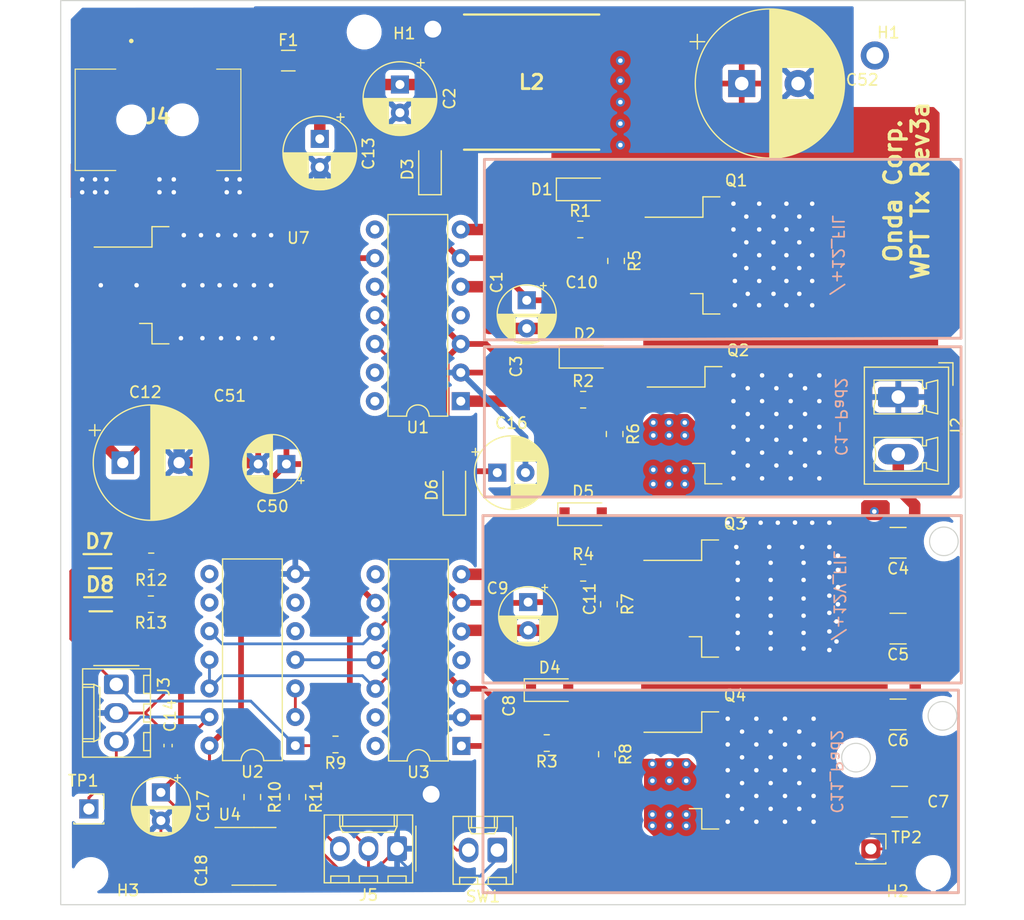
<source format=kicad_pcb>
(kicad_pcb (version 20211014) (generator pcbnew)
  (layers (0 "F.Cu" signal) (1 "In1.Cu" signal) (2 "In2.Cu" signal) (31 "B.Cu" signal) (34 "B.Paste" user) (35 "F.Paste" user) (36 "B.SilkS" user "B.Silkscreen") (37 "F.SilkS" user "F.Silkscreen") (38 "B.Mask" user) (39 "F.Mask" user) (44 "Edge.Cuts" user))
  (net 0 "")
  (net 1 "VCCIN")
  (net 2 "GND")
  (net 3 "Net-(C4-Pad1)")
  (net 4 "Net-(C11-Pad2)")
  (net 5 "Net-(C1-Pad2)")
  (net 6 "Net-(C1-Pad1)")
  (net 7 "Net-(C11-Pad1)")
  (net 8 "+5V")
  (net 9 "Net-(D1-Pad2)")
  (net 10 "Net-(D1-Pad1)")
  (net 11 "Net-(D2-Pad1)")
  (net 12 "Net-(D2-Pad2)")
  (net 13 "Net-(D4-Pad1)")
  (net 14 "Net-(D4-Pad2)")
  (net 15 "Net-(D5-Pad2)")
  (net 16 "Net-(D5-Pad1)")
  (net 17 "Net-(J3-Pad3)")
  (net 18 "Net-(F1-Pad1)")
  (net 19 "Net-(J5-Pad2)")
  (net 20 "Net-(D7-Pad1)")
  (net 21 "Net-(U1-Pad10)")
  (net 22 "Net-(U1-Pad11)")
  (net 23 "Net-(U1-Pad12)")
  (net 24 "Net-(U2-Pad2)")
  (net 26 "/+12_FIL")
  (net 27 "Net-(J5-Pad3)")
  (net 28 "Net-(D7-Pad2)")
  (net 29 "Net-(D8-Pad2)")
  (footprint "Capacitor_SMD:C_0402_1005Metric" (layer "F.Cu") (at 166.243 79.225 -90)
    (fp_text reference "C3")
    (fp_text value "100nF")
  )
  (footprint "Capacitor_SMD:C_1210_3225Metric" (layer "F.Cu") (at 201.295 94.869 180)
    (fp_text reference "C4")
    (fp_text value "33nF")
  )
  (footprint "Capacitor_SMD:C_1210_3225Metric" (layer "F.Cu") (at 201.295 102.489 180)
    (fp_text reference "C5")
    (fp_text value "33nF")
  )
  (footprint "Capacitor_SMD:C_1210_3225Metric" (layer "F.Cu") (at 201.295 110.109 180)
    (fp_text reference "C6")
    (fp_text value "33nF")
  )
  (footprint "Capacitor_SMD:C_1210_3225Metric" (layer "F.Cu") (at 201.422 117.856 180)
    (fp_text reference "C7")
    (fp_text value "0nF")
  )
  (footprint "Capacitor_SMD:C_0402_1005Metric" (layer "F.Cu") (at 165.608 109.347 -90)
    (fp_text reference "C8")
    (fp_text value "100nF")
  )
  (footprint "Capacitor_SMD:C_0402_1005Metric" (layer "F.Cu") (at 173.355 73.406 -90)
    (fp_text reference "C10")
    (fp_text value "100nF")
  )
  (footprint "Capacitor_SMD:C_0402_1005Metric" (layer "F.Cu") (at 172.666 100.965 -90)
    (fp_text reference "C11")
    (fp_text value "100nF")
  )
  (footprint "Capacitor_SMD:C_0402_1005Metric" (layer "F.Cu") (at 138.303 123.975 -90)
    (fp_text reference "C18")
    (fp_text value "100nF")
  )
  (footprint "Capacitor_SMD:C_0402_1005Metric" (layer "F.Cu") (at 142 83)
    (fp_text reference "C51")
    (fp_text value "100nF/50V")
  )
  (footprint "Capacitor_THT:CP_Radial_D13.0mm_P5.00mm" (layer "F.Cu") (at 187.422785 54.102)
    (fp_text reference "C52")
    (fp_text value "1000uF")
  )
  (footprint "Diode_SMD:D_SOD-123" (layer "F.Cu") (at 173.228 63.5)
    (fp_text reference "D1")
    (fp_text value "1N4148" hide)
  )
  (footprint "Diode_SMD:D_SOD-123" (layer "F.Cu") (at 173.482 78.359)
    (fp_text reference "D2")
    (fp_text value "1N4148")
  )
  (footprint "Diode_SMD:D_SOD-123" (layer "F.Cu") (at 159.766 61.722 90)
    (fp_text reference "D3")
    (fp_text value "STPS0540ZY")
  )
  (footprint "Diode_SMD:D_SOD-123" (layer "F.Cu") (at 170.38 107.95)
    (fp_text reference "D4")
    (fp_text value "1N4148")
  )
  (footprint "Diode_SMD:D_SOD-123" (layer "F.Cu") (at 173.355 92.329)
    (fp_text reference "D5")
    (fp_text value "1N4148")
  )
  (footprint "Diode_SMD:D_SOD-123" (layer "F.Cu") (at 161.925 90.17 90)
    (fp_text reference "D6")
    (fp_text value "STPS0540ZY")
  )
  (footprint "Package_SO:SOIC-8_3.9x4.9mm_P1.27mm" (layer "F.Cu") (at 144.145 122.7055)
    (fp_text reference "U4")
    (fp_text value "DS1077Z-100+")
  )
  (footprint "Package_TO_SOT_SMD:TO-263-3_TabPin2" (layer "F.Cu") (at 138.049 72.009)
    (fp_text reference "U7")
    (fp_text value "LM340SX-5.0/NOPB")
  )
  (footprint "Capacitor_THT:CP_Radial_D5.0mm_P2.50mm" (layer "F.Cu") (at 168.475 100.140888 -90)
    (fp_text reference "C9")
    (fp_text value "22uF")
  )
  (footprint "Resistor_SMD:R_0805_2012Metric" (layer "F.Cu") (at 173.355 82.169)
    (fp_text reference "R2")
    (fp_text value "10R0/0.25W")
  )
  (footprint "SamacSys_Parts:INDPM120120X805N" (layer "F.Cu") (at 168.783 53.975 180)
    (fp_text reference "L2")
    (fp_text value "33uH" hide)
  )
  (footprint "Connector_Molex:Molex_KK-254_AE-6410-02A_1x02_P2.54mm_Vertical" (layer "F.Cu") (at 165.735 122.154 180)
    (fp_text reference "SW1")
    (fp_text value "SW_SPST")
  )
  (footprint "Resistor_SMD:R_0805_2012Metric" (layer "F.Cu") (at 135.001 100.33 180)
    (fp_text reference "R13")
    (fp_text value "4.7K")
  )
  (footprint "Capacitor_THT:CP_Radial_D10.0mm_P5.00mm" (layer "F.Cu") (at 132.506323 87.757)
    (fp_text reference "C12")
    (fp_text value "220uF")
  )
  (footprint "Resistor_SMD:R_0805_2012Metric" (layer "F.Cu") (at 176.276 69.85 -90)
    (fp_text reference "R5")
    (fp_text value "1K")
  )
  (footprint "MountingHole:MountingHole_2.1mm" (layer "F.Cu") (at 129.667 124.333)
    (fp_text reference "H3")
    (fp_text value "MountingHole_2.1mm")
  )
  (footprint "Connector_PinSocket_2.54mm:PinSocket_1x01_P2.54mm_Vertical" (layer "F.Cu") (at 198.882 122.047)
    (fp_text reference "TP2")
    (fp_text value "TestPoint")
  )
  (footprint "Capacitor_THT:CP_Radial_D6.3mm_P2.50mm" (layer "F.Cu") (at 149.987 59.015621 -90)
    (fp_text reference "C13")
    (fp_text value "47uF")
  )
  (footprint "SamacSys_Parts:LEDM2012X80N" (layer "F.Cu") (at 130.556 100.33)
    (fp_text reference "D8")
    (fp_text value "150080GS75000" hide)
  )
  (footprint "Resistor_SMD:R_0805_2012Metric" (layer "F.Cu") (at 148 117.446 -90)
    (fp_text reference "R11")
    (fp_text value "4.7k")
  )
  (footprint "Resistor_SMD:R_0805_2012Metric" (layer "F.Cu") (at 173.101 67.056)
    (fp_text reference "R1")
    (fp_text value "10R0/0.25W")
  )
  (footprint "Fuse:Fuse_1206_3216Metric" (layer "F.Cu") (at 147.193 52.07)
    (fp_text reference "F1")
    (fp_text value "5A Fuse")
  )
  (footprint "Capacitor_THT:CP_Radial_D5.0mm_P2.50mm" (layer "F.Cu") (at 168.348 73.343888 -90)
    (fp_text reference "C1")
    (fp_text value "22uF")
  )
  (footprint "Resistor_SMD:R_0805_2012Metric" (layer "F.Cu") (at 175.641 100.33 -90)
    (fp_text reference "R7")
    (fp_text value "1K")
  )
  (footprint "Capacitor_SMD:C_0402_1005Metric" (layer "F.Cu") (at 136.525 112.875 90)
    (fp_text reference "C14")
    (fp_text value "0.1uF")
  )
  (footprint "Capacitor_THT:CP_Radial_D5.0mm_P2.50mm" (layer "F.Cu") (at 135.89 117.031888 -90)
    (fp_text reference "C17")
    (fp_text value "22uF")
  )
  (footprint "Package_DIP:DIP-14_W7.62mm" (layer "F.Cu") (at 147.818 112.879 180)
    (fp_text reference "U2")
    (fp_text value "74AHC04")
  )
  (footprint "MountingHole:MountingHole_2.1mm" (layer "F.Cu") (at 204.3684 49.5808)
    (fp_text reference "H1")
    (fp_text value "MountingHole_2.1mm")
  )
  (footprint "Package_TO_SOT_SMD:TO-263-2" (layer "F.Cu") (at 186.817 99.822)
    (fp_text reference "Q3")
    (fp_text value "NTBS2D7N06M7")
  )
  (footprint "Package_DIP:DIP-14_W7.62mm" (layer "F.Cu") (at 162.496 82.301 180)
    (fp_text reference "U1")
    (fp_text value "IR2110")
  )
  (footprint "Package_TO_SOT_SMD:TO-263-2" (layer "F.Cu") (at 186.932 69.361)
    (fp_text reference "Q1")
    (fp_text value "NTBS2D7N06M7")
  )
  (footprint "Connector_Phoenix_MC_HighVoltage:PhoenixContact_MCV_1,5_2-G-5.08_1x02_P5.08mm_Vertical" (layer "F.Cu") (at 201.3145 81.9325 -90)
    (fp_text reference "J2")
    (fp_text value "Conn_01x02")
  )
  (footprint "Package_TO_SOT_SMD:TO-263-2" (layer "F.Cu") (at 186.829 115.081)
    (fp_text reference "Q4")
    (fp_text value "NTBS2D7N06M7")
  )
  (footprint "Connector_Molex:Molex_KK-254_AE-6410-03A_1x03_P2.54mm_Vertical" (layer "F.Cu") (at 131.933 107.442 -90)
    (fp_text reference "J3")
    (fp_text value "Conn_01x03")
  )
  (footprint "Resistor_SMD:R_0805_2012Metric" (layer "F.Cu") (at 151.384 112.776 180)
    (fp_text reference "R9")
    (fp_text value "1K")
  )
  (footprint "Package_TO_SOT_SMD:TO-263-2" (layer "F.Cu") (at 187.113012 84.436001)
    (fp_text reference "Q2")
    (fp_text value "NTBS2D7N06M7")
  )
  (footprint "Resistor_SMD:R_0805_2012Metric" (layer "F.Cu") (at 143.999991 117.445993 -90)
    (fp_text reference "R10")
    (fp_text value "4.7k")
  )
  (footprint "MountingHole:MountingHole_2.1mm" (layer "F.Cu") (at 204.4192 124.1552)
    (fp_text reference "H2")
    (fp_text value "MountingHole_2.1mm")
  )
  (footprint "MountingHole:MountingHole_2.1mm" (layer "F.Cu") (at 153.924 49.53)
    (fp_text reference "H1")
    (fp_text value "MountingHole_2.1mm")
  )
  (footprint "SamacSys_Parts:694108106102" (layer "F.Cu") (at 136.360992 57.322999)
    (fp_text reference "J4")
    (fp_text value "694108106102" hide)
  )
  (footprint "Capacitor_THT:CP_Radial_D5.0mm_P2.50mm" (layer "F.Cu") (at 147.026005 87.884 180)
    (fp_text reference "C50")
    (fp_text value "22uF")
  )
  (footprint "Resistor_SMD:R_0805_2012Metric" (layer "F.Cu") (at 176.149 85.217 -90)
    (fp_text reference "R6")
    (fp_text value "1K")
  )
  (footprint "Connector_PinSocket_2.54mm:PinSocket_1x01_P2.54mm_Vertical" (layer "F.Cu") (at 129.5 118.5)
    (fp_text reference "TP1")
    (fp_text value "TestPoint")
  )
  (footprint "Capacitor_THT:CP_Radial_D6.3mm_P2.50mm" (layer "F.Cu") (at 157.099 54.189621 -90)
    (fp_text reference "C2")
    (fp_text value "47uF")
  )
  (footprint "Resistor_SMD:R_0805_2012Metric" (layer "F.Cu") (at 173.355 97.536)
    (fp_text reference "R4")
    (fp_text value "10R0")
  )
  (footprint "Package_DIP:DIP-14_W7.62mm" (layer "F.Cu") (at 162.55 112.908 180)
    (fp_text reference "U3")
    (fp_text value "IR2110")
  )
  (footprint "Connector_Molex:Molex_KK-254_AE-6410-03A_1x03_P2.54mm_Vertical" (layer "F.Cu") (at 156.845 122.027 180)
    (fp_text reference "J5")
    (fp_text value "Conn_01x03")
  )
  (footprint "Capacitor_THT:CP_Radial_D6.3mm_P2.50mm" (layer "F.Cu") (at 165.735 88.646)
    (fp_text reference "C16")
    (fp_text value "47uF")
  )
  (footprint "SamacSys_Parts:LEDM2012X80N" (layer "F.Cu") (at 130.5 96.5)
    (fp_text reference "D7")
    (fp_text value "150080BS75000" hide)
  )
  (footprint "Resistor_SMD:R_0805_2012Metric" (layer "F.Cu") (at 175.46 113.6415 -90)
    (fp_text reference "R8")
    (fp_text value "1K")
  )
  (footprint "Resistor_SMD:R_0805_2012Metric" (layer "F.Cu") (at 135.03 96.525 180)
    (fp_text reference "R12")
    (fp_text value "4.7K")
  )
  (footprint "Resistor_SMD:R_0805_2012Metric" (layer "F.Cu") (at 170.126 112.649 180)
    (fp_text reference "R3")
    (fp_text value "10R0")
  )
  (gr_line (start 164.592 76.8604) (end 206.883 76.708) (layer "B.SilkS") (width 0.254))
  (gr_line (start 164.465 92.456) (end 164.465 107.315) (layer "B.SilkS") (width 0.254))
  (gr_line (start 164.592 90.805) (end 164.592 77.47) (layer "B.SilkS") (width 0.254))
  (gr_line (start 164.592 77.47) (end 206.883 77.47) (layer "B.SilkS") (width 0.254))
  (gr_rect (start 206.629 124.206) (end 206.629 124.206) (layer "B.SilkS") (width 0.15) (fill none))
  (gr_line (start 206.883 76.708) (end 206.883 60.833) (layer "B.SilkS") (width 0.254))
  (gr_line (start 206.9084 107.315) (end 206.9084 92.456) (layer "B.SilkS") (width 0.254))
  (gr_line (start 206.9084 92.456) (end 164.465 92.456) (layer "B.SilkS") (width 0.254))
  (gr_line (start 164.465 107.315) (end 206.9084 107.315) (layer "B.SilkS") (width 0.254))
  (gr_line (start 206.883 77.47) (end 206.883 90.805) (layer "B.SilkS") (width 0.254))
  (gr_line (start 206.883 60.833) (end 164.592 60.833) (layer "B.SilkS") (width 0.254))
  (gr_line (start 206.883 90.805) (end 164.592 90.805) (layer "B.SilkS") (width 0.254))
  (gr_line (start 164.592 60.833) (end 164.592 76.8604) (layer "B.SilkS") (width 0.254))
  (gr_rect (start 164.465 107.95) (end 206.6544 125.9332) (layer "B.SilkS") (width 0.254) (fill none))
  (gr_rect (start 207.264 127) (end 127 46.736) (layer "Edge.Cuts") (width 0.1) (fill none))
  (gr_circle (center 197.5612 113.9444) (end 198.5772 113.1824) (layer "Edge.Cuts") (width 0.1) (fill none))
  (gr_circle (center 205.359 94.742) (end 206.375 93.98) (layer "Edge.Cuts") (width 0.1) (fill none))
  (gr_circle (center 205.232 110.236) (end 206.248 109.474) (layer "Edge.Cuts") (width 0.1) (fill none))
  (gr_text "C1-Pad2" (at 196.215 83.693 270) (layer "B.SilkS") (effects (font (size 1 1)) (justify mirror)))
  (gr_text "/+12V_FIL" (at 196.088 99.568 270) (layer "B.SilkS") (effects (font (size 1 1)) (justify mirror)))
  (gr_text "/+12_FIL" (at 195.961 69.342 270) (layer "B.SilkS") (effects (font (size 1 1)) (justify mirror)))
  (gr_text "C11_Pad2" (at 195.834 115.189 270) (layer "B.SilkS") (effects (font (size 1 1)) (justify mirror)))
  (gr_text "Onda Corp.\nWPT Tx Rev3a" (at 202.057 63.627 90) (layer "F.SilkS") (effects (font (size 1.5 1.5) (thickness 0.3))))
  (segment (start 159.94748 89.73452) (end 159.94748 105.22548) (width 0.508) (layer "F.Cu") (net 1))
  (segment (start 166.243 78.74) (end 164.724004 77.221004) (width 0.508) (layer "F.Cu") (net 1))
  (segment (start 161.925 88.519991) (end 165.608991 88.519991) (width 0.508) (layer "F.Cu") (net 1))
  (segment (start 162.495992 77.221004) (end 157.571999 72.297011) (width 0.508) (layer "F.Cu") (net 1))
  (segment (start 129.159 65.532) (end 145.415 65.532) (width 1.016) (layer "F.Cu") (net 1))
  (segment (start 148.593 52.07) (end 151.005997 52.07) (width 1.016) (layer "F.Cu") (net 1))
  (segment (start 149.987 59.01563) (end 149.987 57.328257) (width 1.016) (layer "F.Cu") (net 1))
  (segment (start 157.099 54.18963) (end 164.168379 54.18963) (width 1.016) (layer "F.Cu") (net 1))
  (segment (start 146.47037 54.18963) (end 153.125627 54.18963) (width 1.016) (layer "F.Cu") (net 1))
  (segment (start 164.724004 77.221004) (end 162.495992 77.221004) (width 0.508) (layer "F.Cu") (net 1))
  (segment (start 129.159 84.409686) (end 132.506314 87.757) (width 1.016) (layer "F.Cu") (net 1))
  (segment (start 157.099 54.189621) (end 153.125636 54.189621) (width 0.25) (layer "F.Cu") (net 1))
  (segment (start 159.947483 105.225469) (end 162.549992 107.828004) (width 0.508) (layer "F.Cu") (net 1))
  (segment (start 149.987 57.328257) (end 153.125627 54.18963) (width 1.016) (layer "F.Cu") (net 1))
  (segment (start 161.242489 78.474507) (end 161.242489 87.837489) (width 0.508) (layer "F.Cu") (net 1))
  (segment (start 159.766 60.071991) (end 157.571999 60.071991) (width 0.508) (layer "F.Cu") (net 1))
  (segment (start 153.125627 54.18963) (end 157.099 54.18963) (width 1.016) (layer "F.Cu") (net 1))
  (segment (start 129.159 69.469) (end 129.159 84.409686) (width 1.016) (layer "F.Cu") (net 1))
  (segment (start 157.571999 72.297011) (end 157.571999 60.071991) (width 0.508) (layer "F.Cu") (net 1))
  (segment (start 151.005997 52.07) (end 153.125627 54.18963) (width 1.016) (layer "F.Cu") (net 1))
  (segment (start 145.415 55.245) (end 146.47037 54.18963) (width 1.016) (layer "F.Cu") (net 1))
  (segment (start 162.495992 77.221004) (end 161.242489 78.474507) (width 0.508) (layer "F.Cu") (net 1))
  (segment (start 161.162009 88.519991) (end 159.94748 89.73452) (width 0.508) (layer "F.Cu") (net 1))
  (segment (start 129.159 69.469) (end 129.159 65.532) (width 1.016) (layer "F.Cu") (net 1))
  (segment (start 164.573991 107.828004) (end 165.608 108.862012) (width 0.508) (layer "F.Cu") (net 1))
  (segment (start 159.766 60.071991) (end 159.766 58.592009) (width 0.508) (layer "F.Cu") (net 1))
  (segment (start 162.549992 107.828004) (end 164.573991 107.828004) (width 0.508) (layer "F.Cu") (net 1))
  (segment (start 153.125636 54.189621) (end 153.125627 54.18963) (width 0.25) (layer "F.Cu") (net 1))
  (segment (start 132.506314 87.757) (end 137.263327 83.000012) (width 0.508) (layer "F.Cu") (net 1))
  (segment (start 159.766 58.592009) (end 164.383009 53.975) (width 0.508) (layer "F.Cu") (net 1))
  (segment (start 145.415 65.532) (end 145.415 55.245) (width 1.016) (layer "F.Cu") (net 1))
  (segment (start 161.242489 87.837489) (end 161.925 88.52) (width 0.508) (layer "F.Cu") (net 1))
  (segment (start 132.274005 69.469) (end 129.159 69.469) (width 1.016) (layer "F.Cu") (net 1))
  (segment (start 161.371489 87.966489) (end 161.925 88.52) (width 0.25) (layer "F.Cu") (net 1))
  (segment (start 161.925 88.519991) (end 161.162009 88.519991) (width 0.508) (layer "F.Cu") (net 1))
  (segment (start 137.263327 83.000012) (end 141.515008 83.000012) (width 0.508) (layer "F.Cu") (net 1))
  (segment (start 177.014505 86.995) (end 181.042005 86.995) (width 1.016) (layer "F.Cu") (net 2))
  (segment (start 181.054 117.621) (end 181.054 117.554) (width 0.25) (layer "F.Cu") (net 2))
  (segment (start 179.5 114.5) (end 182.5 114.5) (width 0.25) (layer "F.Cu") (net 2))
  (segment (start 139.648 62.611) (end 139.436 62.823) (width 0.25) (layer "F.Cu") (net 2))
  (segment (start 136.144 104.648) (end 136.144 108.331) (width 0.25) (layer "F.Cu") (net 2))
  (segment (start 182.5 119) (end 183 118.5) (width 0.25) (layer "F.Cu") (net 2))
  (segment (start 175.46 114.554) (end 179.445996 114.554) (width 1.016) (layer "F.Cu") (net 2))
  (segment (start 156.845 122.027) (end 154.42248 124.44952) (width 0.25) (layer "F.Cu") (net 2))
  (segment (start 149.375495 123.340495) (end 146.620001 123.340495) (width 0.25) (layer "F.Cu") (net 2))
  (segment (start 131.953 104.394) (end 135.89 104.394) (width 0.25) (layer "F.Cu") (net 2))
  (segment (start 181.054 117.621) (end 181.378987 117.621) (width 0.25) (layer "F.Cu") (net 2))
  (segment (start 179.446 114.554) (end 179.5 114.5) (width 0.25) (layer "F.Cu") (net 2))
  (segment (start 137.506329 87.757) (end 144.399 87.757) (width 1.016) (layer "F.Cu") (net 2))
  (segment (start 136.525 112.014) (end 136.525 112.395) (width 0.25) (layer "F.Cu") (net 2))
  (segment (start 179.578 84.201) (end 179.578 89.662) (width 0.25) (layer "F.Cu") (net 2))
  (segment (start 146.6435 124.587) (end 146.62 124.6105) (width 0.25) (layer "F.Cu") (net 2))
  (segment (start 129.606 100.33) (end 129.606 102.047) (width 0.25) (layer "F.Cu") (net 2))
  (segment (start 136.271 124.46) (end 138.303 124.46) (width 0.25) (layer "F.Cu") (net 2))
  (segment (start 183 118.5) (end 183 118) (width 0.25) (layer "F.Cu") (net 2))
  (segment (start 142.485008 83.000012) (end 144.526 85.041003) (width 0.508) (layer "F.Cu") (net 2))
  (segment (start 144.526 85.041003) (end 144.526 87.884) (width 0.508) (layer "F.Cu") (net 2))
  (segment (start 132.274005 72.009) (end 133.731 72.009) (width 1.1684) (layer "F.Cu") (net 2))
  (segment (start 180.975 84.201) (end 180.975 89.662) (width 0.25) (layer "F.Cu") (net 2))
  (segment (start 182.372 84.201) (end 182.372 88.392) (width 0.25) (layer "F.Cu") (net 2))
  (segment (start 128.905 63.754) (end 142.875 63.754) (width 0.25) (layer "F.Cu") (net 2))
  (segment (start 140.367 63.754) (end 139.436 62.823) (width 0.25) (layer "F.Cu") (net 2))
  (segment (start 133.731 72.009) (end 137.922 72.009) (width 1.1684) (layer "F.Cu") (net 2))
  (segment (start 154.42248 124.44952) (end 150.48452 124.44952) (width 0.25) (layer "F.Cu") (net 2))
  (segment (start 149.098 125.603) (end 149.098 124.587) (width 0.25) (layer "F.Cu") (net 2))
  (segment (start 150.48451 124.44951) (end 149.375495 123.340495) (width 0.25) (layer "F.Cu") (net 2))
  (segment (start 129.606 102.047) (end 131.953 104.394) (width 0.25) (layer "F.Cu") (net 2))
  (segment (start 144.399 87.757) (end 144.526 87.884) (width 0.25) (layer "F.Cu") (net 2))
  (segment (start 138.4535 124.6105) (end 141.67 124.6105) (width 0.25) (layer "F.Cu") (net 2))
  (segment (start 181.054 117.554) (end 181 117.608) (width 0.25) (layer "F.Cu") (net 2))
  (segment (start 176.149 86.129495) (end 177.014505 86.995) (width 0.508) (layer "F.Cu") (net 2))
  (segment (start 139.436 62.823) (end 129.117 62.823) (width 0.25) (layer "F.Cu") (net 2))
  (segment (start 138.303 124.46) (end 139.446 125.603) (width 0.25) (layer "F.Cu") (net 2))
  (segment (start 181 114.5) (end 181 120) (width 0.25) (layer "F.Cu") (net 2))
  (segment (start 129.117 62.823) (end 128.905 62.611) (width 0.25) (layer "F.Cu") (net 2))
  (segment (start 134.493 109.982) (end 136.525 112.014) (width 0.25) (layer "F.Cu") (net 2))
  (segment (start 139.446 125.603) (end 149.098 125.603) (width 0.25) (layer "F.Cu") (net 2))
  (segment (start 165.608 109.831988) (end 165.072009 110.368004) (width 0.508) (layer "F.Cu") (net 2))
  (segment (start 149.098 124.587) (end 146.6435 124.587) (width 0.25) (layer "F.Cu") (net 2))
  (segment (start 179.5 114.5) (end 179.5 120) (width 0.25) (layer "F.Cu") (net 2))
  (segment (start 179.5 119) (end 179.5 118) (width 0.25) (layer "F.Cu") (net 2))
  (segment (start 162.495992 79.761004) (end 166.191997 79.761004) (width 0.508) (layer "F.Cu") (net 2))
  (segment (start 135.89 119.531888) (end 135.89 124.079) (width 0.25) (layer "F.Cu") (net 2))
  (segment (start 135.89 104.394) (end 136.144 104.648) (width 0.25) (layer "F.Cu") (net 2))
  (segment (start 182.372 88.392) (end 182.372 89.662) (width 0.25) (layer "F.Cu") (net 2))
  (segment (start 181 117.675) (end 181.054 117.621) (width 0.25) (layer "F.Cu") (net 2))
  (segment (start 134.493 109.982) (end 131.93301 109.982) (width 0.25) (layer "F.Cu") (net 2))
  (segment (start 166.192 79.761) (end 166.243 79.71) (width 0.25) (layer "F.Cu") (net 2))
  (segment (start 141.732 62.611) (end 139.648 62.611) (width 0.25) (layer "F.Cu") (net 2))
  (segment (start 182.5 114.5) (end 182.5 120) (width 0.25) (layer "F.Cu") (net 2))
  (segment (start 142.875 62.611) (end 141.732 62.611) (width 0.25) (layer "F.Cu") (net 2))
  (segment (start 136.144 108.331) (end 134.493 109.982) (width 0.25) (layer "F.Cu") (net 2))
  (segment (start 135.89 124.079) (end 136.271 124.46) (width 0.25) (layer "F.Cu") (net 2))
  (segment (start 165.072009 110.368004) (end 162.549992 110.368004) (width 0.508) (layer "F.Cu") (net 2))
  (via (at 179.499997 118.999991) (size 0.8) (drill 0.4) (layers "F.Cu" "B.Cu") (net 2))
  (via (at 179.499997 114.5) (size 0.8) (drill 0.4) (layers "F.Cu" "B.Cu") (net 2))
  (via (at 180.975 89.662) (size 0.8) (drill 0.4) (layers "F.Cu" "B.Cu") (net 2))
  (via (at 199.2376 51.6128) (size 2.5) (drill 1.5) (layers "F.Cu" "B.Cu") (net 2))
  (via (at 182.499991 119.999989) (size 0.8) (drill 0.4) (layers "F.Cu" "B.Cu") (net 2))
  (via (at 144.272 76.708) (size 0.8) (drill 0.4) (layers "F.Cu" "B.Cu") (net 2))
  (via (at 139.446 67.564) (size 0.8) (drill 0.4) (layers "F.Cu" "B.Cu") (net 2))
  (via (at 142.875 62.611) (size 0.8) (drill 0.4) (layers "F.Cu" "B.Cu") (net 2))
  (via (at 137.922 72.009) (size 0.8) (drill 0.4) (layers "F.Cu" "B.Cu") (net 2))
  (via (at 180.999994 115.999997) (size 0.8) (drill 0.4) (layers "F.Cu" "B.Cu") (net 2))
  (via (at 180.999994 119.999989) (size 0.8) (drill 0.4) (layers "F.Cu" "B.Cu") (net 2))
  (via (at 180.999994 114.5) (size 0.8) (drill 0.4) (layers "F.Cu" "B.Cu") (net 2))
  (via (at 182.499991 115.999997) (size 0.8) (drill 0.4) (layers "F.Cu" "B.Cu") (net 2))
  (via (at 139.573 72.009) (size 0.8) (drill 0.4) (layers "F.Cu" "B.Cu") (net 2))
  (via (at 128.905 62.611) (size 0.8) (drill 0.4) (layers "F.Cu" "B.Cu") (net 2))
  (via (at 135.763 62.611) (size 0.8) (drill 0.4) (layers "F.Cu" "B.Cu") (net 2))
  (via (at 182.372 89.662) (size 0.8) (drill 0.4) (layers "F.Cu" "B.Cu") (net 2))
  (via (at 199.1868 92.1004) (size 0.8) (drill 0.4) (layers "F.Cu" "B.Cu") (net 2))
  (via (at 131.064 63.754) (size 0.8) (drill 0.4) (layers "F.Cu" "B.Cu") (net 2))
  (via (at 140.97 67.564) (size 0.8) (drill 0.4) (layers "F.Cu" "B.Cu") (net 2))
  (via (at 180.975 84.201) (size 0.8) (drill 0.4) (layers "F.Cu" "B.Cu") (net 2))
  (via (at 179.578 85.344) (size 0.8) (drill 0.4) (layers "F.Cu" "B.Cu") (net 2))
  (via (at 180.999994 118.999991) (size 0.8) (drill 0.4) (layers "F.Cu" "B.Cu") (net 2))
  (via (at 180.975 85.344) (size 0.8) (drill 0.4) (layers "F.Cu" "B.Cu") (net 2))
  (via (at 135.763 63.754) (size 0.8) (drill 0.4) (layers "F.Cu" "B.Cu") (net 2))
  (via (at 141.224 76.708) (size 0.8) (drill 0.4) (layers "F.Cu" "B.Cu") (net 2))
  (via (at 141.732 62.611) (size 0.8) (drill 0.4) (layers "F.Cu" "B.Cu") (net 2))
  (via (at 145.796 76.708) (size 0.8) (drill 0.4) (layers "F.Cu" "B.Cu") (net 2))
  (via (at 139.573 76.708) (size 0.8) (drill 0.4) (layers "F.Cu" "B.Cu") (net 2))
  (via (at 142.875 63.754) (size 0.8) (drill 0.4) (layers "F.Cu" "B.Cu") (net 2))
  (via (at 142.494 67.564) (size 0.8) (drill 0.4) (layers "F.Cu" "B.Cu") (net 2))
  (via (at 137.033 62.611) (size 0.8) (drill 0.4) (layers "F.Cu" "B.Cu") (net 2))
  (via (at 182.372 85.344) (size 0.8) (drill 0.4) (layers "F.Cu" "B.Cu") (net 2))
  (via (at 130.048 62.611) (size 0.8) (drill 0.4) (layers "F.Cu" "B.Cu") (net 2))
  (via (at 142.748 76.708) (size 0.8) (drill 0.4) (layers "F.Cu" "B.Cu") (net 2))
  (via (at 179.578 89.662) (size 0.8) (drill 0.4) (layers "F.Cu" "B.Cu") (net 2))
  (via (at 145.669 67.564) (size 0.8) (drill 0.4) (layers "F.Cu" "B.Cu") (net 2))
  (via (at 160.02 49.276) (size 2.5) (drill 1.5) (layers "F.Cu" "B.Cu") (net 2))
  (via (at 137.033 63.754) (size 0.8) (drill 0.4) (layers "F.Cu" "B.Cu") (net 2))
  (via (at 145.669 72.009) (size 0.8) (drill 0.4) (layers "F.Cu" "B.Cu") (net 2))
  (via (at 144.145 72.009) (size 0.8) (drill 0.4) (layers "F.Cu" "B.Cu") (net 2))
  (via (at 179.578 84.201) (size 0.8) (drill 0.4) (layers "F.Cu" "B.Cu") (net 2))
  (via (at 137.922 67.564) (size 0.8) (drill 0.4) (layers "F.Cu" "B.Cu") (net 2))
  (via (at 179.578 88.392) (size 0.8) (drill 0.4) (layers "F.Cu" "B.Cu") (net 2))
  (via (at 182.499991 118.999991) (size 0.8) (drill 0.4) (layers "F.Cu" "B.Cu") (net 2))
  (via (at 142.494 72.009) (size 0.8) (drill 0.4) (layers "F.Cu" "B.Cu") (net 2))
  (via (at 179.499997 115.999997) (size 0.8) (drill 0.4) (layers "F.Cu" "B.Cu") (net 2))
  (via (at 130.048 63.754) (size 0.8) (drill 0.4) (layers "F.Cu" "B.Cu") (net 2))
  (via (at 180.975 88.392) (size 0.8) (drill 0.4) (layers "F.Cu" "B.Cu") (net 2))
  (via (at 128.905 63.754) (size 0.8) (drill 0.4) (layers "F.Cu" "B.Cu") (net 2))
  (via (at 141.097 72.009) (size 0.8) (drill 0.4) (layers "F.Cu" "B.Cu") (net 2))
  (via (at 130.556 72.009) (size 0.8) (drill 0.4) (layers "F.Cu" "B.Cu") (net 2))
  (via (at 182.499991 114.5) (size 0.8) (drill 0.4) (layers "F.Cu" "B.Cu") (net 2))
  (via (at 182.372 88.392) (size 0.8) (drill 0.4) (layers "F.Cu" "B.Cu") (net 2))
  (via (at 179.499997 119.999989) (size 0.8) (drill 0.4) (layers "F.Cu" "B.Cu") (net 2))
  (via (at 182.372 84.201) (size 0.8) (drill 0.4) (layers "F.Cu" "B.Cu") (net 2))
  (via (at 159.8676 117.1956) (size 2.5) (drill 1.5) (layers "F.Cu" "B.Cu") (net 2))
  (via (at 133.731 72.009) (size 0.8) (drill 0.4) (layers "F.Cu" "B.Cu") (net 2))
  (via (at 141.732 63.754) (size 0.8) (drill 0.4) (layers "F.Cu" "B.Cu") (net 2))
  (via (at 131.064 62.611) (size 0.8) (drill 0.4) (layers "F.Cu" "B.Cu") (net 2))
  (via (at 144.145 67.564) (size 0.8) (drill 0.4) (layers "F.Cu" "B.Cu") (net 2))
  (via (at 137.668 76.708) (size 0.8) (drill 0.4) (layers "F.Cu" "B.Cu") (net 2))
  (segment (start 168.234995 85.500007) (end 168.234995 88.646) (width 0.508) (layer "B.Cu") (net 2))
  (segment (start 158.496 124.46) (end 164.25198 124.46) (width 0.25) (layer "B.Cu") (net 2))
  (segment (start 137.506329 78.574671) (end 137.506329 87.757) (width 1.016) (layer "B.Cu") (net 2))
  (segment (start 149.987 61.515625) (end 149.987 78.513) (width 1.016) (layer "B.Cu") (net 2))
  (segment (start 165.735 122.936) (end 164.338 124.333) (width 0.25) (layer "B.Cu") (net 2))
  (segment (start 162.495992 79.761004) (end 168.234995 85.500007) (width 0.508) (layer "B.Cu") (net 2))
  (segment (start 137.568 78.513) (end 137.506323 78.574677) (width 0.25) (layer "B.Cu") (net 2))
  (segment (start 165.735 122.154) (end 165.735 122.936) (width 0.25) (layer "B.Cu") (net 2))
  (segment (start 156.845 122.027) (end 156.845 122.809) (width 0.25) (layer "B.Cu") (net 2))
  (segment (start 156.845 122.809) (end 158.496 124.46) (width 0.25) (layer "B.Cu") (net 2))
  (segment (start 149.987 78.513) (end 137.568 78.513) (width 1.016) (layer "B.Cu") (net 2))
  (segment (start 201.314507 90.062507) (end 202.770003 91.518003) (width 1.016) (layer "F.Cu") (net 3))
  (segment (start 201.314507 87.012501) (end 201.314507 90.062507) (width 1.016) (layer "F.Cu") (net 3))
  (segment (start 202.897 120.191) (end 201.041 122.047) (width 0.25) (layer "F.Cu") (net 3))
  (segment (start 202.897 117.856) (end 202.897 120.191) (width 0.25) (layer "F.Cu") (net 3))
  (segment (start 201.041 122.047) (end 198.882 122.047) (width 0.25) (layer "F.Cu") (net 3))
  (segment (start 202.770003 91.518003) (end 202.770003 95.758) (width 1.016) (layer "F.Cu") (net 3))
  (segment (start 202.819 95.836003) (end 202.819 116.967) (width 1.016) (layer "F.Cu") (net 3))
  (segment (start 176.100613 102.640892) (end 176.379505 102.362) (width 1.016) (layer "F.Cu") (net 4))
  (segment (start 199.819997 102.567003) (end 199.819997 110.109) (width 1.016) (layer "F.Cu") (net 4))
  (segment (start 192.979 117.856) (end 190.204 115.081) (width 0.25) (layer "F.Cu") (net 4))
  (segment (start 199.819997 94.869) (end 199.819997 102.410997) (width 1.016) (layer "F.Cu") (net 4))
  (segment (start 190.204 115.081) (end 190.9 115.081) (width 0.25) (layer "F.Cu") (net 4))
  (segment (start 162.657112 102.640888) (end 162.55 102.748) (width 0.25) (layer "F.Cu") (net 4))
  (segment (start 199.82 94.869) (end 200.157176 95.206176) (width 0.25) (layer "F.Cu") (net 4))
  (segment (start 190.9 115.081) (end 193.186 115.081) (width 0.25) (layer "F.Cu") (net 4))
  (segment (start 172.839507 101.623495) (end 172.666 101.449988) (width 0.25) (layer "F.Cu") (net 4))
  (segment (start 162.657104 102.640892) (end 176.100613 102.640892) (width 1.016) (layer "F.Cu") (net 4))
  (segment (start 199.946997 110.236) (end 199.946997 117.856) (width 1.016) (layer "F.Cu") (net 4))
  (segment (start 181.042005 102.362) (end 176.379505 102.362) (width 1.016) (layer "F.Cu") (net 4))
  (segment (start 199.82 110.109) (end 200.411176 110.700176) (width 0.25) (layer "F.Cu") (net 4))
  (segment (start 175.641 101.854) (end 172.839507 101.854) (width 1.016) (layer "F.Cu") (net 4))
  (segment (start 176.379505 102.362) (end 175.641 101.623495) (width 1.016) (layer "F.Cu") (net 4))
  (segment (start 199.946997 117.856) (end 192.978989 117.856) (width 1.016) (layer "F.Cu") (net 4))
  (segment (start 199.742 102.489) (end 199.82 102.567) (width 0.25) (layer "F.Cu") (net 4))
  (segment (start 199.82 102.411) (end 199.742 102.489) (width 0.25) (layer "F.Cu") (net 4))
  (segment (start 199.82 110.109) (end 199.946997 110.235997) (width 0.25) (layer "F.Cu") (net 4))
  (via (at 189.992 116.205) (size 0.8) (drill 0.4) (layers "F.Cu" "B.Cu") (net 4))
  (via (at 191.262 112.776) (size 0.8) (drill 0.4) (layers "F.Cu" "B.Cu") (net 4))
  (via (at 189.992 113.919) (size 0.8) (drill 0.4) (layers "F.Cu" "B.Cu") (net 4))
  (via (at 188.722 110.49) (size 0.8) (drill 0.4) (layers "F.Cu" "B.Cu") (net 4))
  (via (at 188.722 115.062) (size 0.8) (drill 0.4) (layers "F.Cu" "B.Cu") (net 4))
  (via (at 188.722 119.634) (size 0.8) (drill 0.4) (layers "F.Cu" "B.Cu") (net 4))
  (via (at 188.722 117.348) (size 0.8) (drill 0.4) (layers "F.Cu" "B.Cu") (net 4))
  (via (at 192.532 111.633) (size 0.8) (drill 0.4) (layers "F.Cu" "B.Cu") (net 4))
  (via (at 193.802 112.776) (size 0.8) (drill 0.4) (layers "F.Cu" "B.Cu") (net 4))
  (via (at 187.452 111.633) (size 0.8) (drill 0.4) (layers "F.Cu" "B.Cu") (net 4))
  (via (at 193.802 117.348) (size 0.8) (drill 0.4) (layers "F.Cu" "B.Cu") (net 4))
  (via (at 193.802 119.634) (size 0.8) (drill 0.4) (layers "F.Cu" "B.Cu") (net 4))
  (via (at 192.532 118.491) (size 0.8) (drill 0.4) (layers "F.Cu" "B.Cu") (net 4))
  (via (at 191.262 119.634) (size 0.8) (drill 0.4) (layers "F.Cu" "B.Cu") (net 4))
  (via (at 192.532 113.919) (size 0.8) (drill 0.4) (layers "F.Cu" "B.Cu") (net 4))
  (via (at 186.182 115.062) (size 0.8) (drill 0.4) (layers "F.Cu" "B.Cu") (net 4))
  (via (at 191.262 110.49) (size 0.8) (drill 0.4) (layers "F.Cu" "B.Cu") (net 4))
  (via (at 186.182 117.348) (size 0.8) (drill 0.4) (layers "F.Cu" "B.Cu") (net 4))
  (via (at 187.452 116.205) (size 0.8) (drill 0.4) (layers "F.Cu" "B.Cu") (net 4))
  (via (at 187.452 118.491) (size 0.8) (drill 0.4) (layers "F.Cu" "B.Cu") (net 4))
  (via (at 193.802 110.49) (size 0.8) (drill 0.4) (layers "F.Cu" "B.Cu") (net 4))
  (via (at 193.802 115.062) (size 0.8) (drill 0.4) (layers "F.Cu" "B.Cu") (net 4))
  (via (at 186.182 110.49) (size 0.8) (drill 0.4) (layers "F.Cu" "B.Cu") (net 4))
  (via (at 186.182 112.776) (size 0.8) (drill 0.4) (layers "F.Cu" "B.Cu") (net 4))
  (via (at 186.182 119.634) (size 0.8) (drill 0.4) (layers "F.Cu" "B.Cu") (net 4))
  (via (at 188.722 112.776) (size 0.8) (drill 0.4) (layers "F.Cu" "B.Cu") (net 4))
  (via (at 191.262 115.062) (size 0.8) (drill 0.4) (layers "F.Cu" "B.Cu") (net 4))
  (via (at 189.992 111.633) (size 0.8) (drill 0.4) (layers "F.Cu" "B.Cu") (net 4))
  (via (at 189.992 118.491) (size 0.8) (drill 0.4) (layers "F.Cu" "B.Cu") (net 4))
  (via (at 191.262 117.348) (size 0.8) (drill 0.4) (layers "F.Cu" "B.Cu") (net 4))
  (via (at 187.452 113.919) (size 0.8) (drill 0.4) (layers "F.Cu" "B.Cu") (net 4))
  (via (at 192.532 116.205) (size 0.8) (drill 0.4) (layers "F.Cu" "B.Cu") (net 4))
  (segment (start 173.355 74.145) (end 173.378 74.168) (width 0.5) (layer "F.Cu") (net 5))
  (segment (start 176.53 72.159495) (end 174.521495 74.168) (width 1.016) (layer "F.Cu") (net 5))
  (segment (start 164.997888 75.843888) (end 164.973 75.819) (width 0.25) (layer "F.Cu") (net 5))
  (segment (start 179.6465 71.901) (end 181.157 71.901) (width 0.25) (layer "F.Cu") (net 5))
  (segment (start 164.840992 72.141) (end 164.973 72.273008) (width 0.25) (layer "F.Cu") (net 5))
  (segment (start 174.521495 74.168) (end 173.378012 74.168) (width 1.016) (layer "F.Cu") (net 5))
  (segment (start 176.276 70.889495) (end 176.276 71.905495) (width 0.508) (layer "F.Cu") (net 5))
  (segment (start 168.348 75.843892) (end 171.656121 75.843892) (width 1.016) (layer "F.Cu") (net 5))
  (segment (start 164.973 72.273008) (end 164.973 75.819) (width 1.016) (layer "F.Cu") (net 5))
  (segment (start 176.53 72.159495) (end 179.388008 72.159495) (width 1.016) (layer "F.Cu") (net 5))
  (segment (start 168.348 75.843892) (end 164.997892 75.843892) (width 1.016) (layer "F.Cu") (net 5))
  (segment (start 164.968 72.268) (end 164.973 72.273) (width 0.25) (layer "F.Cu") (net 5))
  (segment (start 176.276 71.905495) (end 176.53 72.159495) (width 0.25) (layer "F.Cu") (net 5))
  (segment (start 162.495992 72.141004) (end 164.840996 72.141004) (width 1.016) (layer "F.Cu") (net 5))
  (segment (start 179.388 72.1595) (end 179.6465 71.901) (width 0.25) (layer "F.Cu") (net 5))
  (segment (start 164.841 72.141) (end 164.968 72.268) (width 0.25) (layer "F.Cu") (net 5))
  (segment (start 171.656121 75.843892) (end 173.355 74.144988) (width 1.016) (layer "F.Cu") (net 5))
  (via (at 191.77 82.296) (size 0.8) (drill 0.4) (layers "F.Cu" "B.Cu") (net 5))
  (via (at 194.31 89.154) (size 0.8) (drill 0.4) (layers "F.Cu" "B.Cu") (net 5))
  (via (at 186.69 80.01) (size 0.8) (drill 0.4) (layers "F.Cu" "B.Cu") (net 5))
  (via (at 189.23 89.154) (size 0.8) (drill 0.4) (layers "F.Cu" "B.Cu") (net 5))
  (via (at 189.23 82.296) (size 0.8) (drill 0.4) (layers "F.Cu" "B.Cu") (net 5))
  (via (at 187.96 83.439) (size 0.8) (drill 0.4) (layers "F.Cu" "B.Cu") (net 5))
  (via (at 193.04 85.725) (size 0.8) (drill 0.4) (layers "F.Cu" "B.Cu") (net 5))
  (via (at 191.77 84.582) (size 0.8) (drill 0.4) (layers "F.Cu" "B.Cu") (net 5))
  (via (at 191.77 89.154) (size 0.8) (drill 0.4) (layers "F.Cu" "B.Cu") (net 5))
  (via (at 187.96 88.011) (size 0.8) (drill 0.4) (layers "F.Cu" "B.Cu") (net 5))
  (via (at 189.23 80.01) (size 0.8) (drill 0.4) (layers "F.Cu" "B.Cu") (net 5))
  (via (at 194.31 80.01) (size 0.8) (drill 0.4) (layers "F.Cu" "B.Cu") (net 5))
  (via (at 193.04 81.153) (size 0.8) (drill 0.4) (layers "F.Cu" "B.Cu") (net 5))
  (via (at 190.5 81.153) (size 0.8) (drill 0.4) (layers "F.Cu" "B.Cu") (net 5))
  (via (at 190.5 88.011) (size 0.8) (drill 0.4) (layers "F.Cu" "B.Cu") (net 5))
  (via (at 187.96 85.725) (size 0.8) (drill 0.4) (layers "F.Cu" "B.Cu") (net 5))
  (via (at 194.31 82.296) (size 0.8) (drill 0.4) (layers "F.Cu" "B.Cu") (net 5))
  (via (at 186.69 82.296) (size 0.8) (drill 0.4) (layers "F.Cu" "B.Cu") (net 5))
  (via (at 191.77 80.01) (size 0.8) (drill 0.4) (layers "F.Cu" "B.Cu") (net 5))
  (via (at 186.69 89.154) (size 0.8) (drill 0.4) (layers "F.Cu" "B.Cu") (net 5))
  (via (at 186.69 84.582) (size 0.8) (drill 0.4) (layers "F.Cu" "B.Cu") (net 5))
  (via (at 191.77 86.868) (size 0.8) (drill 0.4) (layers "F.Cu" "B.Cu") (net 5))
  (via (at 186.69 86.868) (size 0.8) (drill 0.4) (layers "F.Cu" "B.Cu") (net 5))
  (via (at 187.96 81.153) (size 0.8) (drill 0.4) (layers "F.Cu" "B.Cu") (net 5))
  (via (at 189.23 86.868) (size 0.8) (drill 0.4) (layers "F.Cu" "B.Cu") (net 5))
  (via (at 194.31 84.582) (size 0.8) (drill 0.4) (layers "F.Cu" "B.Cu") (net 5))
  (via (at 194.31 86.868) (size 0.8) (drill 0.4) (layers "F.Cu" "B.Cu") (net 5))
  (via (at 193.04 88.011) (size 0.8) (drill 0.4) (layers "F.Cu" "B.Cu") (net 5))
  (via (at 190.5 83.439) (size 0.8) (drill 0.4) (layers "F.Cu" "B.Cu") (net 5))
  (via (at 190.5 85.725) (size 0.8) (drill 0.4) (layers "F.Cu" "B.Cu") (net 5))
  (via (at 189.23 84.582) (size 0.8) (drill 0.4) (layers "F.Cu" "B.Cu") (net 5))
  (via (at 193.04 83.439) (size 0.8) (drill 0.4) (layers "F.Cu" "B.Cu") (net 5))
  (segment (start 173.355 73.048012) (end 170.076012 73.048012) (width 0.508) (layer "F.Cu") (net 6))
  (segment (start 168.348 73.098) (end 168.348 73.343888) (width 0.25) (layer "F.Cu") (net 6))
  (segment (start 159.766 66.998012) (end 162.495992 69.728004) (width 0.508) (layer "F.Cu") (net 6))
  (segment (start 170.076012 73.048012) (end 169.780102 73.343897) (width 0.508) (layer "F.Cu") (net 6))
  (segment (start 164.851004 69.601004) (end 168.348 73.098) (width 0.508) (layer "F.Cu") (net 6))
  (segment (start 162.495992 69.601004) (end 164.851004 69.601004) (width 0.508) (layer "F.Cu") (net 6))
  (segment (start 169.780102 73.343897) (end 168.348 73.343897) (width 0.508) (layer "F.Cu") (net 6))
  (segment (start 159.766 63.372009) (end 159.766 66.998012) (width 0.508) (layer "F.Cu") (net 6))
  (segment (start 168.280884 100.208004) (end 168.475 100.013888) (width 0.508) (layer "F.Cu") (net 7))
  (segment (start 160.655 91.820009) (end 160.655 98.313011) (width 0.508) (layer "F.Cu") (net 7))
  (segment (start 160.655 98.313012) (end 160.774494 98.432506) (width 0.25) (layer "F.Cu") (net 7))
  (segment (start 162.549992 100.208004) (end 168.280893 100.208004) (width 0.508) (layer "F.Cu") (net 7))
  (segment (start 172.326884 100.140897) (end 168.475 100.140897) (width 0.508) (layer "F.Cu") (net 7))
  (segment (start 160.655 91.820009) (end 161.925 91.820009) (width 0.508) (layer "F.Cu") (net 7))
  (segment (start 172.666 100.48) (end 172.326888 100.140888) (width 0.25) (layer "F.Cu") (net 7))
  (segment (start 160.774482 98.432518) (end 162.549992 100.208004) (width 0.508) (layer "F.Cu") (net 7))
  (segment (start 152.654 112.4185) (end 152.2965 112.776) (width 0.508) (layer "F.Cu") (net 8))
  (segment (start 137.668 115.253897) (end 137.45751 115.464387) (width 0.25) (layer "F.Cu") (net 8))
  (segment (start 138.303 123.49) (end 141.5205 123.49) (width 0.25) (layer "F.Cu") (net 8))
  (segment (start 140.198 114.2375) (end 142.494 116.5335) (width 0.25) (layer "F.Cu") (net 8))
  (segment (start 152.654 89.027) (end 152.654 97.932012) (width 0.508) (layer "F.Cu") (net 8))
  (segment (start 141.5205 123.49) (end 141.67 123.3405) (width 0.25) (layer "F.Cu") (net 8))
  (segment (start 138.28301 96.62701) (end 138.28301 100.31001) (width 0.508) (layer "F.Cu") (net 8))
  (segment (start 151.511 87.884) (end 152.654 89.027) (width 0.508) (layer "F.Cu") (net 8))
  (segment (start 147.706004 69.601004) (end 154.875992 69.601004) (width 0.508) (layer "F.Cu") (net 8))
  (segment (start 135.9135 100.33) (end 137.668 100.33) (width 0.25) (layer "F.Cu") (net 8))
  (segment (start 135.89 117.031897) (end 137.45751 115.464387) (width 0.508) (layer "F.Cu") (net 8))
  (segment (start 143 91.909995) (end 143 110.077) (width 0.508) (layer "F.Cu") (net 8))
  (segment (start 147.025995 87.884) (end 151.511 87.884) (width 0.508) (layer "F.Cu") (net 8))
  (segment (start 147.706004 79.623996) (end 147.706004 69.601004) (width 0.508) (layer "F.Cu") (net 8))
  (segment (start 138.262996 100.33) (end 138.282998 100.309998) (width 0.25) (layer "F.Cu") (net 8))
  (segment (start 137.668 100.33) (end 138.262995 100.33) (width 0.508) (layer "F.Cu") (net 8))
  (segment (start 132.274005 79.950005) (end 132.842 80.518) (width 0.508) (layer "F.Cu") (net 8))
  (segment (start 138.181 96.525) (end 138.282998 96.626998) (width 0.25) (layer "F.Cu") (net 8))
  (segment (start 132.274005 74.549) (end 132.274005 79.950005) (width 0.508) (layer "F.Cu") (net 8))
  (segment (start 135.9425 96.525) (end 138.181 96.525) (width 0.25) (layer "F.Cu") (net 8))
  (segment (start 142.494 116.5335) (end 148 116.5335) (width 0.25) (layer "F.Cu") (net 8))
  (segment (start 143 110.077) (end 140.198 112.879) (width 0.508) (layer "F.Cu") (net 8))
  (segment (start 136.525 114.531877) (end 137.45751 115.464387) (width 0.25) (layer "F.Cu") (net 8))
  (segment (start 147.025995 80.731995) (end 147.025995 87.884) (width 0.508) (layer "F.Cu") (net 8))
  (segment (start 147.025995 87.884) (end 138.282998 96.626998) (width 0.508) (layer "F.Cu") (net 8))
  (segment (start 140.198 114.2375) (end 140.198 112.879) (width 0.25) (layer "F.Cu") (net 8))
  (segment (start 146.812 80.518) (end 147.706004 79.623996) (width 0.508) (layer "F.Cu") (net 8))
  (segment (start 136.525 113.355) (end 136.525 114.531877) (width 0.25) (layer "F.Cu") (net 8))
  (segment (start 137.668 100.33) (end 137.668 115.253897) (width 0.508) (layer "F.Cu") (net 8))
  (segment (start 138.303 119.444897) (end 135.89 117.031897) (width 0.25) (layer "F.Cu") (net 8))
  (segment (start 152.654 97.932012) (end 152.654 112.4185) (width 0.508) (layer "F.Cu") (net 8))
  (segment (start 132.842 80.518) (end 146.812 80.518) (width 0.508) (layer "F.Cu") (net 8))
  (segment (start 138.303 123.49) (end 138.303 119.444897) (width 0.25) (layer "F.Cu") (net 8))
  (segment (start 147.025995 87.884) (end 143 91.909995) (width 0.508) (layer "F.Cu") (net 8))
  (segment (start 146.812 80.518) (end 147.026005 80.732005) (width 0.25) (layer "F.Cu") (net 8))
  (segment (start 140.198 112.879) (end 140.198 114.183) (width 0.25) (layer "F.Cu") (net 8))
  (segment (start 152.654 97.932012) (end 154.929992 100.208004) (width 0.508) (layer "F.Cu") (net 8))
  (segment (start 174.248496 66.820999) (end 176.294999 66.820999) (width 1.016) (layer "F.Cu") (net 9))
  (segment (start 174.878009 66.191511) (end 174.013495 67.056) (width 0.25) (layer "F.Cu") (net 9))
  (segment (start 174.878009 63.5) (end 174.878009 66.191511) (width 0.508) (layer "F.Cu") (net 9))
  (segment (start 176.294999 66.820999) (end 181.156991 66.820999) (width 1.016) (layer "F.Cu") (net 9))
  (segment (start 176.276 66.839998) (end 176.294999 66.820999) (width 0.25) (layer "F.Cu") (net 9))
  (segment (start 176.276 69.064505) (end 176.276 66.839998) (width 0.508) (layer "F.Cu") (net 9))
  (segment (start 171.577991 63.5) (end 171.577991 66.445511) (width 0.508) (layer "F.Cu") (net 10))
  (segment (start 172.1835 67.061) (end 172.1885 67.056) (width 0.25) (layer "F.Cu") (net 10))
  (segment (start 162.495992 67.061004) (end 172.183501 67.061004) (width 1.016) (layer "F.Cu") (net 10))
  (segment (start 171.578 66.4455) (end 172.1885 67.056) (width 0.25) (layer "F.Cu") (net 10))
  (segment (start 171.831991 78.359) (end 171.831991 81.558511) (width 0.508) (layer "F.Cu") (net 11))
  (segment (start 162.495992 82.301004) (end 172.310501 82.301004) (width 1.016) (layer "F.Cu") (net 11))
  (segment (start 171.832 81.5585) (end 172.4425 82.169) (width 0.25) (layer "F.Cu") (net 11))
  (segment (start 172.310501 82.301004) (end 172.442505 82.169) (width 1.016) (layer "F.Cu") (net 11))
  (segment (start 175.132009 78.359) (end 175.132009 81.304511) (width 0.508) (layer "F.Cu") (net 12))
  (segment (start 176.53 81.915) (end 181.042005 81.915) (width 1.016) (layer "F.Cu") (net 12))
  (segment (start 176.149 82.296) (end 176.53 81.915) (width 0.508) (layer "F.Cu") (net 12))
  (segment (start 175.132 81.3045) (end 174.2675 82.169) (width 0.25) (layer "F.Cu") (net 12))
  (segment (start 174.521495 81.915) (end 176.53 81.915) (width 1.016) (layer "F.Cu") (net 12))
  (segment (start 176.149 84.304505) (end 176.149 82.296) (width 0.508) (layer "F.Cu") (net 12))
  (segment (start 162.549992 112.908004) (end 168.954501 112.908004) (width 0.508) (layer "F.Cu") (net 13))
  (segment (start 168.72999 112.165511) (end 168.72999 107.95) (width 0.508) (layer "F.Cu") (net 13))
  (segment (start 168.9545 112.908) (end 169.2135 112.649) (width 0.25) (layer "F.Cu") (net 13))
  (segment (start 169.2135 112.649) (end 168.73 112.1655) (width 0.25) (layer "F.Cu") (net 13))
  (segment (start 175.46 112.729) (end 175.648 112.541) (width 0.25) (layer "F.Cu") (net 14))
  (segment (start 171.038495 112.649) (end 175.37999 112.649) (width 1.016) (layer "F.Cu") (net 14))
  (segment (start 172.030009 111.657511) (end 172.030009 107.95) (width 0.508) (layer "F.Cu") (net 14))
  (segment (start 175.64801 112.540999) (end 181.053994 112.540999) (width 1.016) (layer "F.Cu") (net 14))
  (segment (start 171.038495 112.649) (end 172.030009 111.657511) (width 0.508) (layer "F.Cu") (net 14))
  (segment (start 175.38 112.649) (end 175.46 112.729) (width 0.25) (layer "F.Cu") (net 14))
  (segment (start 175.005009 92.329) (end 175.005009 96.798511) (width 0.508) (layer "F.Cu") (net 15))
  (segment (start 175.768 97.282) (end 181.042005 97.282) (width 1.016) (layer "F.Cu") (net 15))
  (segment (start 175.641 99.798505) (end 175.641 97.409) (width 0.508) (layer "F.Cu") (net 15))
  (segment (start 175.641 97.409) (end 175.768 97.282) (width 0.508) (layer "F.Cu") (net 15))
  (segment (start 175.005 96.7985) (end 174.2675 97.536) (width 0.25) (layer "F.Cu") (net 15))
  (segment (start 174.521495 97.282) (end 175.768 97.282) (width 1.016) (layer "F.Cu") (net 15))
  (segment (start 171.705 96.798495) (end 172.442505 97.536) (width 0.25) (layer "F.Cu") (net 16))
  (segment (start 172.0565 97.668) (end 172.4425 97.282) (width 0.25) (layer "F.Cu") (net 16))
  (segment (start 162.549992 97.668004) (end 172.056501 97.668004) (width 1.016) (layer "F.Cu") (net 16))
  (segment (start 171.704991 92.329) (end 171.704991 96.798486) (width 0.508) (layer "F.Cu") (net 16))
  (segment (start 138.75252 111.78448) (end 140.198 110.339) (width 0.25) (layer "F.Cu") (net 17))
  (segment (start 131.933 112.522) (end 131.933 115.066989) (width 0.25) (layer "F.Cu") (net 17))
  (segment (start 138.75252 117.88302) (end 138.75252 111.78448) (width 0.25) (layer "F.Cu") (net 17))
  (segment (start 129.5 117.499989) (end 129.5 118.5) (width 0.25) (layer "F.Cu") (net 17))
  (segment (start 141.67 120.8005) (end 138.75252 117.88302) (width 0.25) (layer "F.Cu") (net 17))
  (segment (start 131.933 115.066989) (end 129.5 117.499989) (width 0.25) (layer "F.Cu") (net 17))
  (segment (start 134.115988 110.338997) (end 131.93301 112.522) (width 0.25) (layer "B.Cu") (net 17))
  (segment (start 140.198 110.339) (end 134.116 110.339) (width 0.25) (layer "B.Cu") (net 17))
  (segment (start 145.793 52.07) (end 145.545999 51.822999) (width 0.25) (layer "F.Cu") (net 18))
  (segment (start 145.545988 51.82301) (end 133.285992 51.82301) (width 1.016) (layer "F.Cu") (net 18))
  (segment (start 150.6365 118.3585) (end 154.305 122.027) (width 0.25) (layer "F.Cu") (net 19))
  (segment (start 148 118.3585) (end 150.6365 118.3585) (width 0.25) (layer "F.Cu") (net 19))
  (segment (start 154.305 123.695003) (end 154.305 122.02701) (width 0.25) (layer "F.Cu") (net 19))
  (segment (start 151.823694 124) (end 154 124) (width 0.25) (layer "F.Cu") (net 19))
  (segment (start 154 124) (end 154.305 123.695) (width 0.25) (layer "F.Cu") (net 19))
  (segment (start 146.62 122.0705) (end 149.894194 122.0705) (width 0.25) (layer "F.Cu") (net 19))
  (segment (start 149.894194 122.0705) (end 151.823694 124) (width 0.25) (layer "F.Cu") (net 19))
  (segment (start 150.4715 112.776) (end 152 114.3045) (width 0.25) (layer "F.Cu") (net 20))
  (segment (start 150.4715 112.776) (end 150.3685 112.879) (width 0.25) (layer "F.Cu") (net 20))
  (segment (start 163.195 122.154) (end 162.154 122.154) (width 0.25) (layer "F.Cu") (net 20))
  (segment (start 152 114.3045) (end 152 117) (width 0.25) (layer "F.Cu") (net 20))
  (segment (start 162.154 122.154) (end 157 117) (width 0.25) (layer "F.Cu") (net 20))
  (segment (start 129.55 96.5) (end 128.798 96.5) (width 0.25) (layer "F.Cu") (net 20))
  (segment (start 127.889 97.409) (end 127.889 103.398) (width 0.25) (layer "F.Cu") (net 20))
  (segment (start 150.368508 112.878997) (end 147.817992 112.878997) (width 0.25) (layer "F.Cu") (net 20))
  (segment (start 128.798 96.5) (end 127.889 97.409) (width 0.25) (layer "F.Cu") (net 20))
  (segment (start 127.889 103.398) (end 131.933 107.442) (width 0.25) (layer "F.Cu") (net 20))
  (segment (start 156.999991 116.999995) (end 152.000001 116.999995) (width 0.25) (layer "F.Cu") (net 20))
  (segment (start 131.933 107.442) (end 133.414511 108.923511) (width 0.25) (layer "B.Cu") (net 20))
  (segment (start 143.862511 108.923511) (end 147.818 112.879) (width 0.25) (layer "B.Cu") (net 20))
  (segment (start 133.414511 108.923511) (end 143.862511 108.923511) (width 0.25) (layer "B.Cu") (net 20))
  (segment (start 158.31052 104.44748) (end 154.93 107.828) (width 0.25) (layer "F.Cu") (net 21))
  (segment (start 154.876 72.141) (end 158.31052 75.57552) (width 0.25) (layer "F.Cu") (net 21))
  (segment (start 158.31052 75.57552) (end 158.31052 104.44748) (width 0.25) (layer "F.Cu") (net 21))
  (segment (start 140.198 107.799) (end 141.322511 106.674489) (width 0.25) (layer "B.Cu") (net 21))
  (segment (start 140.198 105.259) (end 140.198 107.799) (width 0.25) (layer "B.Cu") (net 21))
  (segment (start 153.776489 106.674489) (end 154.93 107.828) (width 0.25) (layer "B.Cu") (net 21))
  (segment (start 141.322511 106.674489) (end 153.776489 106.674489) (width 0.25) (layer "B.Cu") (net 21))
  (segment (start 154.876 74.681) (end 157.48 77.285) (width 0.25) (layer "F.Cu") (net 22))
  (segment (start 157.48 77.285) (end 157.48 102.737996) (width 0.25) (layer "F.Cu") (net 22))
  (segment (start 157.48 102.737996) (end 154.929992 105.288004) (width 0.25) (layer "F.Cu") (net 22))
  (segment (start 154.900988 105.259) (end 154.929992 105.288004) (width 0.25) (layer "B.Cu") (net 22))
  (segment (start 147.818 105.259) (end 154.900988 105.259) (width 0.25) (layer "B.Cu") (net 22))
  (segment (start 156.718 79.063) (end 156.718 100.96) (width 0.25) (layer "F.Cu") (net 23))
  (segment (start 154.876 77.221) (end 156.718 79.063) (width 0.25) (layer "F.Cu") (net 23))
  (segment (start 156.718 100.96) (end 154.93 102.748) (width 0.25) (layer "F.Cu") (net 23))
  (segment (start 153.834489 103.843511) (end 154.93 102.748) (width 0.25) (layer "B.Cu") (net 23))
  (segment (start 141.322511 103.843511) (end 153.834489 103.843511) (width 0.25) (layer "B.Cu") (net 23))
  (segment (start 140.198 102.719) (end 141.322511 103.843511) (width 0.25) (layer "B.Cu") (net 23))
  (segment (start 147.817992 110.338997) (end 147.817992 107.798997) (width 0.25) (layer "F.Cu") (net 24))
  (segment (start 190.5 69.168) (end 190.307 69.361) (width 0.25) (layer "F.Cu") (net 26))
  (via (at 188.976 67.056) (size 0.8) (drill 0.4) (layers "F.Cu" "B.Cu") (net 26))
  (via (at 192.532 68.199) (size 0.8) (drill 0.4) (layers "F.Cu" "B.Cu") (net 26))
  (via (at 193.675 67.056) (size 0.8) (drill 0.4) (layers "F.Cu" "B.Cu") (net 26))
  (via (at 187.071 99.822) (size 0.8) (drill 0.4) (layers "F.Cu" "B.Cu") (net 26))
  (via (at 195.199 102.743) (size 0.8) (drill 0.4) (layers "F.Cu" "B.Cu") (net 26))
  (via (at 190.627 93.091) (size 0.8) (drill 0.4) (layers "F.Cu" "B.Cu") (net 26))
  (via (at 189.103 93.091) (size 0.8) (drill 0.4) (layers "F.Cu" "B.Cu") (net 26))
  (via (at 191.389 67.056) (size 0.8) (drill 0.4) (layers "F.Cu" "B.Cu") (net 26))
  (via (at 190.246 65.913) (size 0.8) (drill 0.4) (layers "F.Cu" "B.Cu") (net 26))
  (via (at 193.675 69.342) (size 0.8) (drill 0.4) (layers "F.Cu" "B.Cu") (net 26))
  (via (at 195.961 100.33) (size 0.8) (drill 0.4) (layers "F.Cu" "B.Cu") (net 26))
  (via (at 187.833 70.485) (size 0.8) (drill 0.4) (layers "F.Cu" "B.Cu") (net 26))
  (via (at 187.071 98.171) (size 0.8) (drill 0.4) (layers "F.Cu" "B.Cu") (net 26))
  (via (at 188.976 71.628) (size 0.8) (drill 0.4) (layers "F.Cu" "B.Cu") (net 26))
  (via (at 189.992 104.267) (size 0.8) (drill 0.4) (layers "F.Cu" "B.Cu") (net 26))
  (via (at 176.657 59.563) (size 0.8) (drill 0.4) (layers "F.Cu" "B.Cu") (net 26))
  (via (at 188.976 64.77) (size 0.8) (drill 0.4) (layers "F.Cu" "B.Cu") (net 26))
  (via (at 193.675 71.628) (size 0.8) (drill 0.4) (layers "F.Cu" "B.Cu") (net 26))
  (via (at 176.657 57.658) (size 0.8) (drill 0.4) (layers "F.Cu" "B.Cu") (net 26))
  (via (at 187.96 72.771) (size 0.8) (drill 0.4) (layers "F.Cu" "B.Cu") (net 26))
  (via (at 191.389 69.342) (size 0.8) (drill 0.4) (layers "F.Cu" "B.Cu") (net 26))
  (via (at 192.532 65.913) (size 0.8) (drill 0.4) (layers "F.Cu" "B.Cu") (net 26))
  (via (at 192.913 99.822) (size 0.8) (drill 0.4) (layers "F.Cu" "B.Cu") (net 26))
  (via (at 186.69 67.056) (size 0.8) (drill 0.4) (layers "F.Cu" "B.Cu") (net 26))
  (via (at 189.992 98.171) (size 0.8) (drill 0.4) (layers "F.Cu" "B.Cu") (net 26))
  (via (at 187.706 93.091) (size 0.8) (drill 0.4) (layers "F.Cu" "B.Cu") (net 26))
  (via (at 190.246 68.199) (size 0.8) (drill 0.4) (layers "F.Cu" "B.Cu") (net 26))
  (via (at 192.913 101.346) (size 0.8) (drill 0.4) (layers "F.Cu" "B.Cu") (net 26))
  (via (at 176.657 52.07) (size 0.8) (drill 0.4) (layers "F.Cu" "B.Cu") (net 26))
  (via (at 189.992 99.822) (size 0.8) (drill 0.4) (layers "F.Cu" "B.Cu") (net 26))
  (via (at 192.913 96.647) (size 0.8) (drill 0.4) (layers "F.Cu" "B.Cu") (net 26))
  (via (at 193.675 93.091) (size 0.8) (drill 0.4) (layers "F.Cu" "B.Cu") (net 26))
  (via (at 189.992 101.346) (size 0.8) (drill 0.4) (layers "F.Cu" "B.Cu") (net 26))
  (via (at 187.071 96.647) (size 0.8) (drill 0.4) (layers "F.Cu" "B.Cu") (net 26))
  (via (at 195.199 99.568) (size 0.8) (drill 0.4) (layers "F.Cu" "B.Cu") (net 26))
  (via (at 195.199 95.25) (size 0.8) (drill 0.4) (layers "F.Cu" "B.Cu") (net 26))
  (via (at 189.865 95.25) (size 0.8) (drill 0.4) (layers "F.Cu" "B.Cu") (net 26))
  (via (at 192.786 95.25) (size 0.8) (drill 0.4) (layers "F.Cu" "B.Cu") (net 26))
  (via (at 186.8154 73.783495) (size 0.8) (drill 0.4) (layers "F.Cu" "B.Cu") (net 26))
  (via (at 187.833 65.913) (size 0.8) (drill 0.4) (layers "F.Cu" "B.Cu") (net 26))
  (via (at 190.246 70.485) (size 0.8) (drill 0.4) (layers "F.Cu" "B.Cu") (net 26))
  (via (at 187.071 101.346) (size 0.8) (drill 0.4) (layers "F.Cu" "B.Cu") (net 26))
  (via (at 191.382294 73.783495) (size 0.8) (drill 0.4) (layers "F.Cu" "B.Cu") (net 26))
  (via (at 187.071 102.87) (size 0.8) (drill 0.4) (layers "F.Cu" "B.Cu") (net 26))
  (via (at 189.992 96.647) (size 0.8) (drill 0.4) (layers "F.Cu" "B.Cu") (net 26))
  (via (at 192.532 72.771) (size 0.8) (drill 0.4) (layers "F.Cu" "B.Cu") (net 26))
  (via (at 186.944 95.25) (size 0.8) (drill 0.4) (layers "F.Cu" "B.Cu") (net 26))
  (via (at 192.913 102.87) (size 0.8) (drill 0.4) (layers "F.Cu" "B.Cu") (net 26))
  (via (at 176.657 55.753) (size 0.8) (drill 0.4) (layers "F.Cu" "B.Cu") (net 26))
  (via (at 195.199 97.917) (size 0.8) (drill 0.4) (layers "F.Cu" "B.Cu") (net 26))
  (via (at 186.817 71.628) (size 0.8) (drill 0.4) (layers "F.Cu" "B.Cu") (net 26))
  (via (at 195.199 93.091) (size 0.8) (drill 0.4) (layers "F.Cu" "B.Cu") (net 26))
  (via (at 192.913 98.171) (size 0.8) (drill 0.4) (layers "F.Cu" "B.Cu") (net 26))
  (via (at 188.976 69.342) (size 0.8) (drill 0.4) (layers "F.Cu" "B.Cu") (net 26))
  (via (at 186.69 64.77) (size 0.8) (drill 0.4) (layers "F.Cu" "B.Cu") (net 26))
  (via (at 186.817 69.342) (size 0.8) (drill 0.4) (layers "F.Cu" "B.Cu") (net 26))
  (via (at 193.675 73.787) (size 0.8) (drill 0.4) (layers "F.Cu" "B.Cu") (net 26))
  (via (at 187.071 104.267) (size 0.8) (drill 0.4) (layers "F.Cu" "B.Cu") (net 26))
  (via (at 195.961 96.012) (size 0.8) (drill 0.4) (layers "F.Cu" "B.Cu") (net 26))
  (via (at 187.833 68.199) (size 0.8) (drill 0.4) (layers "F.Cu" "B.Cu") (net 26))
  (via (at 192.913 104.267) (size 0.8) (drill 0.4) (layers "F.Cu" "B.Cu") (net 26))
  (via (at 195.199 96.647) (size 0.8) (drill 0.4) (layers "F.Cu" "B.Cu") (net 26))
  (via (at 195.834 101.854) (size 0.8) (drill 0.4) (layers "F.Cu" "B.Cu") (net 26))
  (via (at 186.182 93.091) (size 0.8) (drill 0.4) (layers "F.Cu" "B.Cu") (net 26))
  (via (at 192.532 70.485) (size 0.8) (drill 0.4) (layers "F.Cu" "B.Cu") (net 26))
  (via (at 176.657 53.848) (size 0.8) (drill 0.4) (layers "F.Cu" "B.Cu") (net 26))
  (via (at 195.961 98.806) (size 0.8) (drill 0.4) (layers "F.Cu" "B.Cu") (net 26))
  (via (at 195.199 104.394) (size 0.8) (drill 0.4) (layers "F.Cu" "B.Cu") (net 26))
  (via (at 192.151 93.076547) (size 0.8) (drill 0.4) (layers "F.Cu" "B.Cu") (net 26))
  (via (at 191.389 71.628) (size 0.8) (drill 0.4) (layers "F.Cu" "B.Cu") (net 26))
  (via (at 188.966526 73.783495) (size 0.8) (drill 0.4) (layers "F.Cu" "B.Cu") (net 26))
  (via (at 195.834 103.632) (size 0.8) (drill 0.4) (layers "F.Cu" "B.Cu") (net 26))
  (via (at 195.199 101.092) (size 0.8) (drill 0.4) (layers "F.Cu" "B.Cu") (net 26))
  (via (at 193.675 64.77) (size 0.8) (drill 0.4) (layers "F.Cu" "B.Cu") (net 26))
  (via (at 190.246 72.771) (size 0.8) (drill 0.4) (layers "F.Cu" "B.Cu") (net 26))
  (via (at 189.992 102.87) (size 0.8) (drill 0.4) (layers "F.Cu" "B.Cu") (net 26))
  (via (at 191.389 64.77) (size 0.8) (drill 0.4) (layers "F.Cu" "B.Cu") (net 26))
  (via (at 195.961 97.282) (size 0.8) (drill 0.4) (layers "F.Cu" "B.Cu") (net 26))
  (segment (start 146.62 120.8005) (end 150.5385 120.8005) (width 0.25) (layer "F.Cu") (net 27))
  (segment (start 144 118.3585) (end 144.178 118.3585) (width 0.25) (layer "F.Cu") (net 27))
  (segment (start 144.178 118.3585) (end 146.62 120.8005) (width 0.25) (layer "F.Cu") (net 27))
  (segment (start 150.5385 120.8005) (end 151.765 122.027) (width 0.25) (layer "F.Cu") (net 27))
  (segment (start 134.0925 96.5) (end 131.45 96.5) (width 0.25) (layer "F.Cu") (net 28))
  (segment (start 134.1175 96.525) (end 134.0925 96.5) (width 0.25) (layer "F.Cu") (net 28))
  (segment (start 131.506 100.33) (end 134.0885 100.33) (width 0.2) (layer "F.Cu") (net 29))
  (zone (net 26) (net_name "/+12_FIL") (layer "F.Cu") (name "Q1DRAIN") (connect_pads thru_hole_only (clearance 0.508)) (min_thickness 0.254) (fill yes (thermal_gap 0.508) (thermal_bridge_width 0.508) (smoothing chamfer) (radius 0.508) (island_removal_mode 1) (island_area_min 0))
    (polygon (pts (xy 190.3222 50.927) (xy 190.3222 56.1848) (xy 204.978 56.1848) (xy 204.978 75.057) (xy 195.843476 75.310859) (xy 195.834 75.311) (xy 185.130655 75.318499) (xy 185.16417 61.348498) (xy 170.523827 61.369897) (xy 170.688 51.181)))
  )
  (zone (net 5) (net_name "Net-(C1-Pad2)") (layer "F.Cu") (name "Q2DRAIN") (connect_pads thru_hole_only (clearance 0.508)) (min_thickness 0.254) (fill yes (thermal_gap 0.508) (thermal_bridge_width 0.508) (smoothing chamfer) (radius 0.508))
    (polygon (pts (xy 184.023 75.946) (xy 204.851 75.819) (xy 204.851 83.947) (xy 196.977 83.947) (xy 196.977 90.043) (xy 185.42 90.043) (xy 185.42 78.105) (xy 178.689 78.105) (xy 178.689 70.612) (xy 184.023 70.612)))
  )
  (zone (net 2) (net_name "GND") (layer "F.Cu") (name "Q2Source") (connect_pads yes (clearance 0.508)) (min_thickness 0.254) (fill yes (thermal_gap 0.508) (thermal_bridge_width 0.508) (smoothing chamfer) (radius 0.254))
    (polygon (pts (xy 200.5584 92.8624) (xy 198.0184 92.8624) (xy 198.0184 91.0844) (xy 200.5584 91.0844)))
  )
  (zone (net 2) (net_name "GND") (layer "F.Cu") (name "Q1DRAIN") (connect_pads (clearance 0.508)) (min_thickness 0.254) (fill yes (thermal_gap 0.508) (thermal_bridge_width 1.016) (smoothing chamfer) (radius 0.254))
    (polygon (pts (xy 143.891 64.516) (xy 127.889 64.516) (xy 127.889 60.96) (xy 143.891 60.96)))
  )
  (zone (net 2) (net_name "GND") (layer "F.Cu") (name "Q2Source") (connect_pads yes (clearance 0.508)) (min_thickness 0.254) (fill yes (thermal_gap 0.508) (thermal_bridge_width 0.508) (smoothing chamfer) (radius 1.016))
    (polygon (pts (xy 183.642 89.916) (xy 183.261 90.678) (xy 178.689 90.678) (xy 178.435 90.17) (xy 178.435 83.439) (xy 183.642 83.439)))
  )
  (zone (net 2) (net_name "GND") (layer "F.Cu") (name "GND") (connect_pads yes (clearance 0.508)) (min_thickness 0.254) (fill yes (thermal_gap 0.508) (thermal_bridge_width 0.508) (smoothing chamfer) (radius 0.508))
    (polygon (pts (xy 182.753 120.142) (xy 179.324 120.142) (xy 179.324 114.3) (xy 182.753 114.3)))
  )
  (zone (net 26) (net_name "/+12_FIL") (layer "F.Cu") (name "Q3DRAIN") (connect_pads thru_hole_only (clearance 0.508)) (min_thickness 0.254) (fill yes (thermal_gap 0.508) (thermal_bridge_width 0.508) (smoothing chamfer) (radius 1))
    (polygon (pts (xy 196.302122 105.893539) (xy 185.531359 105.992433) (xy 185.674 92.456) (xy 196.342 92.456)))
  )
  (zone (net 4) (net_name "Net-(C11-Pad2)") (layer "F.Cu") (name "Q2Source") (connect_pads yes (clearance 0.508)) (min_thickness 0.254) (fill yes (thermal_gap 0.508) (thermal_bridge_width 0.508) (smoothing chamfer) (radius 1.016))
    (polygon (pts (xy 200.373 120.269) (xy 185.039 120.269) (xy 185 109) (xy 178.5 109) (xy 178.5 99) (xy 184 99) (xy 184 107.397) (xy 198.1096 107.397) (xy 198.1096 93.508) (xy 200.373 93.508)))
  )
  (zone (net 2) (net_name "GND") (layer "F.Cu") (name "Q2Source") (connect_pads yes (clearance 0.508)) (min_thickness 0.254) (fill yes (thermal_gap 0.508) (thermal_bridge_width 0.508) (smoothing chamfer) (radius 1.016))
    (polygon (pts (xy 183.746 121.103) (xy 178.754 121.103) (xy 178.754 114) (xy 183.746 114)))
  )
  (zone (net 26) (net_name "/+12_FIL") (layer "B.Cu") (name "Q2Source") (connect_pads thru_hole_only (clearance 0.508)) (min_thickness 0.254) (fill yes (thermal_gap 0.508) (thermal_bridge_width 0.508) (smoothing chamfer) (radius 1.016))
    (polygon (pts (xy 206.756 107.315) (xy 164.465 107.315) (xy 164.465 92.456) (xy 206.756 92.456)))
  )
  (zone (net 4) (net_name "Net-(C11-Pad2)") (layer "B.Cu") (name "Q2Source") (connect_pads yes (clearance 0.508)) (min_thickness 0.254) (fill yes (thermal_gap 0.508) (thermal_bridge_width 0.508) (smoothing chamfer) (radius 1.016))
    (polygon (pts (xy 206.629 125.9332) (xy 164.465 125.9332) (xy 164.465 107.95) (xy 206.629 107.95)))
  )
  (zone (net 2) (net_name "GND") (layer "B.Cu") (name "Corner1B") (connect_pads thru_hole_only (clearance 0.508)) (min_thickness 0.254) (fill yes (thermal_gap 0.508) (thermal_bridge_width 0.508) (smoothing chamfer) (radius 1.016))
    (polygon (pts (xy 163.829614 125.869148) (xy 128 126) (xy 127.889 47.371) (xy 164.066742 47.350173)))
  )
  (zone (net 2) (net_name "GND") (layer "B.Cu") (name "Q1DRAIN") (connect_pads (clearance 0.508)) (min_thickness 0.254) (fill yes (thermal_gap 0.508) (thermal_bridge_width 0.508))
    (polygon (pts (xy 197.361309 60.236981) (xy 143.932932 60.309545) (xy 143.936875 55.257624) (xy 144.018 55.245) (xy 144.145 47.117) (xy 197.358 47.117)))
  )
  (zone (net 26) (net_name "/+12_FIL") (layer "B.Cu") (name "Q1BCu") (connect_pads thru_hole_only (clearance 0.508)) (min_thickness 0.254) (fill yes (thermal_gap 0.508) (thermal_bridge_width 0.508) (smoothing chamfer) (radius 1.016))
    (polygon (pts (xy 206.883 76.708) (xy 164.592 76.708) (xy 164.592 60.833) (xy 206.883 60.833)))
  )
  (zone (net 5) (net_name "Net-(C1-Pad2)") (layer "B.Cu") (name "C1-Pad2") (connect_pads (clearance 0.508)) (min_thickness 0.254) (fill yes (thermal_gap 0.508) (thermal_bridge_width 0.508) (smoothing chamfer) (radius 1.016))
    (polygon (pts (xy 206.883 90.805) (xy 164.592 90.805) (xy 164.592 77.47) (xy 206.883 77.47)))
  )
)
</source>
